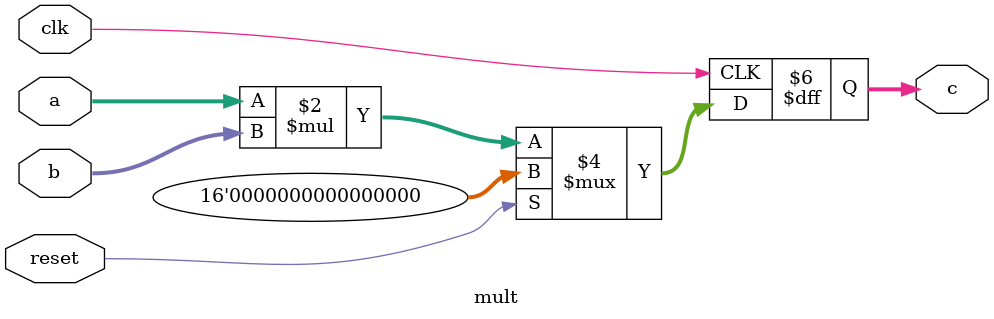
<source format=v>
`timescale 1ns / 100ps

module dsp48_usage(  input clk,
                     input reset,
                     input [47:0] a,b, 
                     output [47:0] c_async_reset,c_sync_reset,

                     input signed [7:0] mult_a,mult_b, 
                     output signed [15:0] mult_c
                
                     );  
             
    adder_sync_reset  adder_sync_reset(clk,reset,a,b,c_sync_reset);  
    
    adder_async_reset adder_async_reset(clk,reset,a,b,c_async_reset);  
               
    mult mult(clk,reset,mult_a,mult_b,mult_c);  
    
endmodule // dsp48_usage


module adder_sync_reset( input clk,
              input reset,
              input [47:0] a,b, 
              output reg [47:0] c);  
                
    always @(posedge clk)
        if(reset) begin
            c <= 'b0;
        end    
        else begin
            c <= a + b ;
        end       
    
endmodule // adder_sync_reset



module adder_async_reset( input clk,
                          input reset,
                          input [47:0] a,b, 
                          output reg [47:0] c);  
                
    always @(posedge clk, posedge reset)
        if(reset) begin
            c <= 'b0;
        end    
        else begin
            c <= a + b ;
        end       
    
endmodule // adder_async_reset


module mult(  input clk,
              input reset,
              input signed [7:0] a ,b, 
              output reg signed [15:0] c);  
                
    always @(posedge clk)
        if(reset) begin
            c <= 'b0;
        end    
        else begin
            c <= a * b ;
        end       
    
endmodule // mult

</source>
